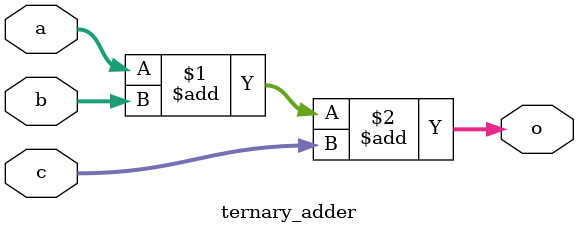
<source format=v>

/**
 Ternary Adder using "+" operation
*/
module ternary_adder #(
    parameter WIDTH = 32
) (
    input [WIDTH-1:0] a,
    input [WIDTH-1:0] b,
    input [WIDTH-1:0] c,
    output [WIDTH-1:0] o
);

assign o = a + b + c;

endmodule
</source>
